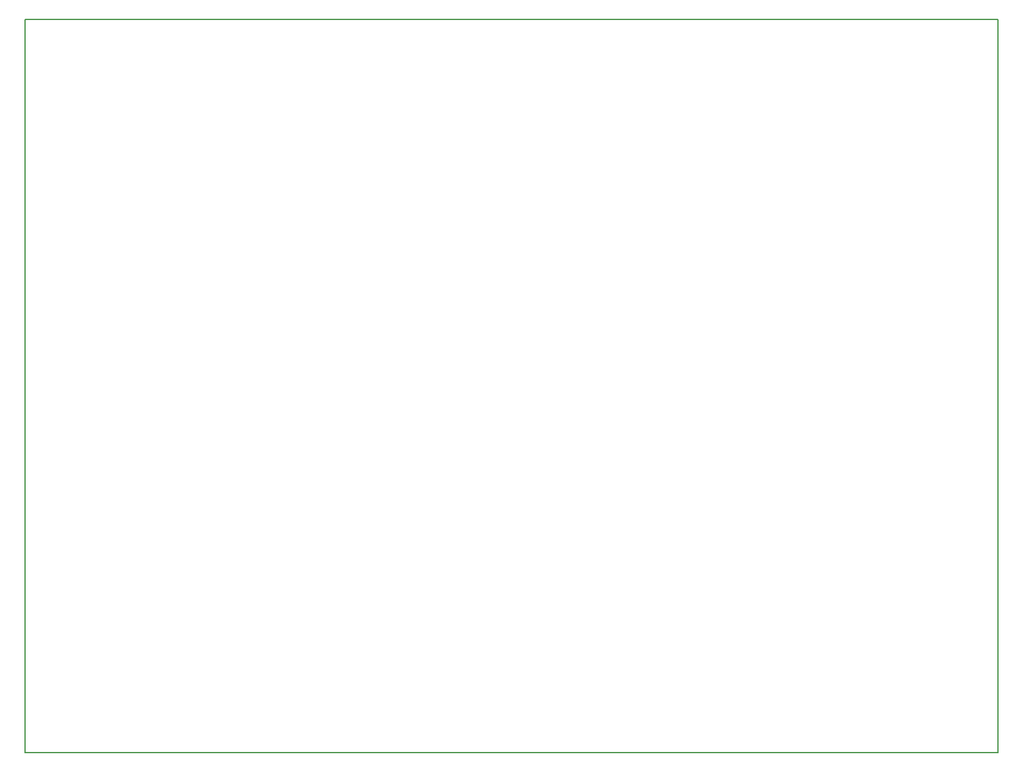
<source format=gbr>
G04 #@! TF.FileFunction,Other,User*
%FSLAX46Y46*%
G04 Gerber Fmt 4.6, Leading zero omitted, Abs format (unit mm)*
G04 Created by KiCad (PCBNEW 4.0.7) date 03/21/19 10:54:29*
%MOMM*%
%LPD*%
G01*
G04 APERTURE LIST*
%ADD10C,0.100000*%
%ADD11C,0.200000*%
G04 APERTURE END LIST*
D10*
D11*
X131600000Y-99200000D02*
X128600000Y-99200000D01*
X131600000Y-96200000D02*
X131600000Y-99200000D01*
X0Y0D02*
X0Y-3000000D01*
X3000000Y0D02*
X0Y0D01*
X0Y-99200000D02*
X0Y-3000000D01*
X128600000Y-99200000D02*
X0Y-99200000D01*
X131600000Y0D02*
X131600000Y-96200000D01*
X3000000Y0D02*
X131600000Y0D01*
M02*

</source>
